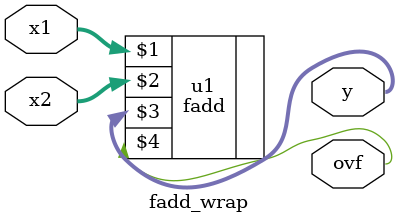
<source format=v>
`timescale 1ns / 100ps
`default_nettype none

module fadd_wrap (input wire [31:0]  x1,
	     input wire [31:0]	x2,
	     output wire [31:0] y,
	     output wire 	ovf);

   fadd u1(x1,x2,y,ovf);
endmodule

`default_nettype wire

</source>
